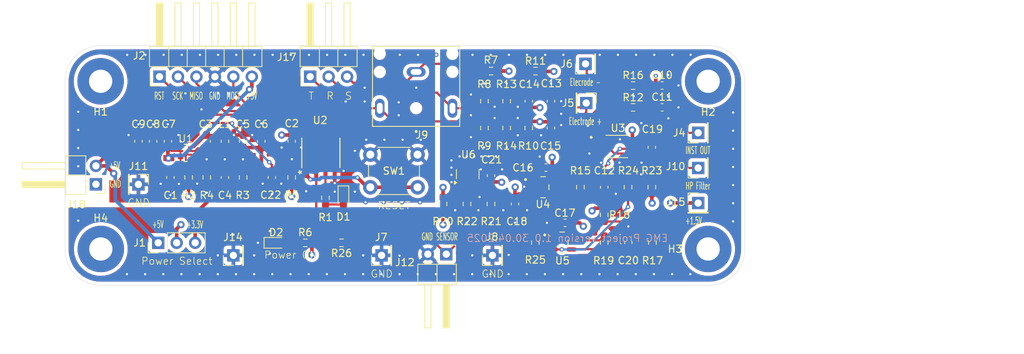
<source format=kicad_pcb>
(kicad_pcb (version 20241229) (generator "pcbnew") (generator_version "9.0")
  (layers (0 "F.Cu" signal) (4 "In1.Cu" power "GND.Cu") (6 "In2.Cu" power "Power.Cu") (2 "B.Cu" signal) (13 "F.Paste" user) (15 "B.Paste" user) (5 "F.SilkS" user "F.Silkscreen") (7 "B.SilkS" user "B.Silkscreen") (1 "F.Mask" user) (3 "B.Mask" user) (25 "Edge.Cuts" user))
  (net 0 "")
  (net 1 "GND")
  (net 2 "Net-(U1-VCC)")
  (net 3 "+3.3V")
  (net 4 "Net-(U1-SW)")
  (net 5 "Net-(U1-BST)")
  (net 6 "/REG_OUT")
  (net 7 "Net-(U1-FB)")
  (net 8 "+5V")
  (net 9 "Net-(U4--IN)")
  (net 10 "Net-(U3-REF)")
  (net 11 "/V_IN_INST_N")
  (net 12 "/V_IN_INST_P")
  (net 13 "/V_REF")
  (net 14 "/V_OUT_INST")
  (net 15 "/V_HP_TEST")
  (net 16 "/V_OUT_SENSOR")
  (net 17 "Net-(U5--IN)")
  (net 18 "/RST")
  (net 19 "Net-(D1-A)")
  (net 20 "Net-(D2-A)")
  (net 21 "/MOSI")
  (net 22 "/SCK")
  (net 23 "/MISO")
  (net 24 "/R")
  (net 25 "/S")
  (net 26 "/T")
  (net 27 "/TEST_LED")
  (net 28 "Net-(U1-PG)")
  (net 29 "Net-(R11-Pad1)")
  (net 30 "Net-(R10-Pad1)")
  (net 31 "Net-(U3-RG)")
  (net 32 "Net-(R17-Pad2)")
  (net 33 "Net-(U6-REF)")
  (net 34 "/V_OUT_HP")
  (net 35 "/V_IN_MCU")
  (footprint "Resistor_SMD:R_0603_1608Metric_Pad0.98x0.95mm_HandSolder" (layer "F.Cu") (at 121.1125 41.49 180)
    (property "Reference" "R7")
    (property "Value" "0")
  )
  (footprint "Resistor_SMD:R_0603_1608Metric_Pad0.98x0.95mm_HandSolder" (layer "F.Cu") (at 120.2 45.6325 90)
    (property "Reference" "R8")
    (property "Value" "2k")
  )
  (footprint "Capacitor_SMD:C_0603_1608Metric_Pad1.08x0.95mm_HandSolder" (layer "F.Cu") (at 76.65 51.162501 90)
    (property "Reference" "C7")
    (property "Value" "100n")
  )
  (footprint "Resistor_SMD:R_0603_1608Metric_Pad0.98x0.95mm_HandSolder" (layer "F.Cu") (at 133.4 57.4875 90)
    (property "Reference" "R15")
    (property "Value" "100k")
  )
  (footprint "Resistor_SMD:R_0603_1608Metric_Pad0.98x0.95mm_HandSolder" (layer "F.Cu") (at 121.1 59.8 -90)
    (property "Reference" "R21")
    (property "Value" "2k")
  )
  (footprint "Capacitor_SMD:C_0603_1608Metric_Pad1.08x0.95mm_HandSolder" (layer "F.Cu") (at 143.23 51.9875 -90)
    (property "Reference" "C19")
    (property "Value" "1u")
  )
  (footprint "Connector_PinHeader_2.54mm:PinHeader_1x01_P2.54mm_Vertical" (layer "F.Cu") (at 121.3 66.88 90)
    (property "Reference" "J8")
    (property "Value" "Conn_01x01")
  )
  (footprint "Resistor_SMD:R_0603_1608Metric_Pad0.98x0.95mm_HandSolder" (layer "F.Cu") (at 123.25 45.6325 -90)
    (property "Reference" "R13")
    (property "Value" "2k")
  )
  (footprint "Connector_PinHeader_2.54mm:PinHeader_1x02_P2.54mm_Horizontal" (layer "F.Cu") (at 66.75 57.09 180)
    (property "Reference" "J18")
    (property "Value" "Conn_01x02")
  )
  (footprint "Resistor_SMD:R_0603_1608Metric_Pad0.98x0.95mm_HandSolder" (layer "F.Cu") (at 136.676667 65.115 90)
    (property "Reference" "R19")
    (property "Value" "100k")
  )
  (footprint "Capacitor_SMD:C_0603_1608Metric_Pad1.08x0.95mm_HandSolder" (layer "F.Cu") (at 84.5 56.142499 90)
    (property "Reference" "C4")
    (property "Value" "22p")
  )
  (footprint "Capacitor_SMD:C_0603_1608Metric_Pad1.08x0.95mm_HandSolder" (layer "F.Cu") (at 129.35 45.6325 -90)
    (property "Reference" "C13")
    (property "Value" "10n")
  )
  (footprint "Connector_PinHeader_2.54mm:PinHeader_1x01_P2.54mm_Vertical" (layer "F.Cu") (at 106.05 66.88 90)
    (property "Reference" "J7")
    (property "Value" "Conn_01x01")
  )
  (footprint "EMG Projct Footprints:SOP65P490X110-8N" (layer "F.Cu") (at 138.4 51.875)
    (property "Reference" "U3")
    (property "Value" "AMPLIFIER-INA331DGK_MSOP8")
  )
  (footprint "Resistor_SMD:R_0603_1608Metric_Pad0.98x0.95mm_HandSolder" (layer "F.Cu") (at 87 56.142499 90)
    (property "Reference" "R3")
    (property "Value" "976k")
  )
  (footprint "Inductor_SMD:L_0603_1608Metric_Pad1.05x0.95mm_HandSolder" (layer "F.Cu") (at 84.5 51.162501 -90)
    (property "Reference" "L1")
    (property "Value" "3.3u")
  )
  (footprint "LED_SMD:LED_0603_1608Metric_Pad1.05x0.95mm_HandSolder" (layer "F.Cu") (at 91.545 65.15)
    (property "Reference" "D2")
    (property "Value" "LED")
  )
  (footprint "Resistor_SMD:R_0603_1608Metric_Pad0.98x0.95mm_HandSolder" (layer "F.Cu") (at 120.2 49.3375 -90)
    (property "Reference" "R9")
    (property "Value" "2k")
  )
  (footprint "Resistor_SMD:R_0603_1608Metric_Pad0.98x0.95mm_HandSolder" (layer "F.Cu") (at 143.23 57.4875 -90)
    (property "Reference" "R23")
    (property "Value" "1M")
  )
  (footprint "Capacitor_SMD:C_0603_1608Metric_Pad1.08x0.95mm_HandSolder" (layer "F.Cu") (at 89.5 51.162501 90)
    (property "Reference" "C6")
    (property "Value" "10u")
  )
  (footprint "Resistor_SMD:R_0603_1608Metric_Pad0.98x0.95mm_HandSolder" (layer "F.Cu") (at 79.5 56.142499 90)
    (property "Reference" "R2")
    (property "Value" "100k")
  )
  (footprint "Connector_PinHeader_2.54mm:PinHeader_1x01_P2.54mm_Vertical" (layer "F.Cu") (at 85.66 66.88 90)
    (property "Reference" "J14")
    (property "Value" "Conn_01x01")
  )
  (footprint "Resistor_SMD:R_0603_1608Metric_Pad0.98x0.95mm_HandSolder" (layer "F.Cu") (at 117.8 59.8 -90)
    (property "Reference" "R22")
    (property "Value" "10k")
  )
  (footprint "Resistor_SMD:R_0603_1608Metric_Pad0.98x0.95mm_HandSolder" (layer "F.Cu") (at 143.31 65.115 90)
    (property "Reference" "R17")
    (property "Value" "1k")
  )
  (footprint "Capacitor_SMD:C_0603_1608Metric_Pad1.08x0.95mm_HandSolder" (layer "F.Cu") (at 144.6375 46.495)
    (property "Reference" "C11")
    (property "Value" "100n")
  )
  (footprint "Capacitor_SMD:C_0603_1608Metric_Pad1.08x0.95mm_HandSolder" (layer "F.Cu") (at 129.35 49.3375 -90)
    (property "Reference" "C15")
    (property "Value" "100p")
  )
  (footprint "EMG Projct Footprints:SOT95P280X145-5N" (layer "F.Cu") (at 130.905 65.115)
    (property "Reference" "U5")
    (property "Value" "OPA333AIDBVR")
  )
  (footprint "LED_SMD:LED_0603_1608Metric_Pad1.05x0.95mm_HandSolder" (layer "F.Cu") (at 100.8 58.975 -90)
    (property "Reference" "D1")
    (property "Value" "LED")
  )
  (footprint "Connector_PinHeader_2.54mm:PinHeader_1x01_P2.54mm_Vertical" (layer "F.Cu") (at 149.6 59.675)
    (property "Reference" "J15")
    (property "Value" "Conn_01x01")
  )
  (footprint "Capacitor_SMD:C_0603_1608Metric_Pad1.08x0.95mm_HandSolder" (layer "F.Cu") (at 128.66 54.79 180)
    (property "Reference" "C16")
    (property "Value" "100n")
  )
  (footprint "Resistor_SMD:R_0603_1608Metric_Pad0.98x0.95mm_HandSolder" (layer "F.Cu") (at 98.33 58.9525 -90)
    (property "Reference" "R1")
    (property "Value" "400")
  )
  (footprint "Connector_PinHeader_2.54mm:PinHeader_1x01_P2.54mm_Vertical" (layer "F.Cu") (at 134.1 40.5 90)
    (property "Reference" "J6")
    (property "Value" "Conn_01x01")
  )
  (footprint "Resistor_SMD:R_0603_1608Metric_Pad0.98x0.95mm_HandSolder" (layer "F.Cu") (at 93.68 56.142499 -90)
    (property "Reference" "R5")
    (property "Value" "10k")
  )
  (footprint "Capacitor_SMD:C_0603_1608Metric_Pad1.08x0.95mm_HandSolder" (layer "F.Cu") (at 121.1 55.9 90)
    (property "Reference" "C21")
    (property "Value" "100n")
  )
  (footprint "Resistor_SMD:R_0603_1608Metric_Pad0.98x0.95mm_HandSolder" (layer "F.Cu") (at 140.65 43.485 180)
    (property "Reference" "R16")
    (property "Value" "10k")
  )
  (footprint "EMG Projct Footprints:S8S1_ATM" (layer "F.Cu") (at 97.695 52.765 90)
    (property "Reference" "U2")
    (property "Value" "ATTINY13-20SSU")
  )
  (footprint "Connector_PinHeader_2.54mm:PinHeader_1x01_P2.54mm_Vertical" (layer "F.Cu") (at 149.6 54.8375 90)
    (property "Reference" "J10")
    (property "Value" "Conn_01x01")
  )
  (footprint "EMG Projct Footprints:QFN-8_1p5MMx2MM_MNP" (layer "F.Cu") (at 79.089999 52.750189)
    (property "Reference" "U1")
    (property "Value" "MP2322GQH-Z")
  )
  (footprint "Resistor_SMD:R_0603_1608Metric_Pad0.98x0.95mm_HandSolder" (layer "F.Cu") (at 136.676667 61.30125 90)
    (property "Reference" "R18")
    (property "Value" "0")
  )
  (footprint "Resistor_SMD:R_0603_1608Metric_Pad0.98x0.95mm_HandSolder" (layer "F.Cu") (at 114.5 59.8 90)
    (property "Reference" "R20")
    (property "Value" "330")
  )
  (footprint "MountingHole:MountingHole_3.2mm_M3_Pad" (layer "F.Cu") (at 150.975 66)
    (property "Reference" "H3")
    (property "Value" "MountingHole")
  )
  (footprint "Resistor_SMD:R_0603_1608Metric_Pad0.98x0.95mm_HandSolder" (layer "F.Cu") (at 123.25 49.3375 -90)
    (property "Reference" "R14")
    (property "Value" "2k")
  )
  (footprint "Resistor_SMD:R_0603_1608Metric_Pad0.98x0.95mm_HandSolder" (layer "F.Cu") (at 100.5375 65.15 180)
    (property "Reference" "R26")
    (property "Value" "0")
  )
  (footprint "Capacitor_SMD:C_0603_1608Metric_Pad1.08x0.95mm_HandSolder" (layer "F.Cu") (at 131.2975 62.4 180)
    (property "Reference" "C17")
    (property "Value" "100n")
  )
  (footprint "Resistor_SMD:R_0603_1608Metric_Pad0.98x0.95mm_HandSolder" (layer "F.Cu") (at 126.3 49.3375 90)
    (property "Reference" "R10")
    (property "Value" "NA(3.3M)")
  )
  (footprint "Resistor_SMD:R_0603_1608Metric_Pad0.98x0.95mm_HandSolder" (layer "F.Cu") (at 127.2 65.115 -90)
    (property "Reference" "R25")
    (property "Value" "10k")
  )
  (footprint "Resistor_SMD:R_0603_1608Metric_Pad0.98x0.95mm_HandSolder" (layer "F.Cu") (at 82 56.142499 -90)
    (property "Reference" "R4")
    (property "Value" "220k")
  )
  (footprint "Connector_PinHeader_2.54mm:PinHeader_1x06_P2.54mm_Horizontal" (layer "F.Cu") (at 75.5 42.265 90)
    (property "Reference" "J2")
    (property "Value" "Conn_01x06")
  )
  (footprint "MountingHole:MountingHole_3.2mm_M3_Pad" (layer "F.Cu") (at 67.425 66)
    (property "Reference" "H4")
    (property "Value" "MountingHole")
  )
  (footprint "Capacitor_SMD:C_0603_1608Metric_Pad1.08x0.95mm_HandSolder" (layer "F.Cu") (at 72.6 51.162501 90)
    (property "Reference" "C9")
    (property "Value" "10u")
  )
  (footprint "Capacitor_SMD:C_0603_1608Metric_Pad1.08x0.95mm_HandSolder" (layer "F.Cu") (at 124.4 59.8 -90)
    (property "Reference" "C18")
    (property "Value" "10u")
  )
  (footprint "Capacitor_SMD:C_0603_1608Metric_Pad1.08x0.95mm_HandSolder" (layer "F.Cu") (at 87 51.162501 90)
    (property "Reference" "C5")
    (property "Value" "10u")
  )
  (footprint "Connector_PinHeader_2.54mm:PinHeader_1x01_P2.54mm_Vertical" (layer "F.Cu") (at 72.6 57.1 -90)
    (property "Reference" "J11")
    (property "Value" "Conn_01x01")
  )
  (footprint "MountingHole:MountingHole_3.2mm_M3_Pad" (layer "F.Cu") (at 150.975 42.9)
    (property "Reference" "H2")
    (property "Value" "MountingHole")
  )
  (footprint "Resistor_SMD:R_0603_1608Metric_Pad0.98x0.95mm_HandSolder" (layer "F.Cu") (at 140.65 46.495 180)
    (property "Reference" "R12")
    (property "Value" "10k")
  )
  (footprint "EMG Projct Footprints:SOT95P280X145-5N" (layer "F.Cu") (at 128.2675 57.4875)
    (property "Reference" "U4")
    (property "Value" "OPA333AIDBVR" (hide yes))
  )
  (footprint "Capacitor_SMD:C_0603_1608Metric_Pad1.08x0.95mm_HandSolder" (layer "F.Cu") (at 144.6375 43.475)
    (property "Reference" "C10")
    (property "Value" "1u")
  )
  (footprint "Capacitor_SMD:C_0603_1608Metric_Pad1.08x0.95mm_HandSolder" (layer "F.Cu") (at 90.955 56.142499 -90)
    (property "Reference" "C22")
    (property "Value" "100n")
  )
  (footprint "Capacitor_SMD:C_0603_1608Metric_Pad1.08x0.95mm_HandSolder" (layer "F.Cu") (at 81.98 51.162501 90)
    (property "Reference" "C3")
    (property "Value" "0.1u")
  )
  (footprint "Connector_PinHeader_2.54mm:PinHeader_1x02_P2.54mm_Horizontal" (layer "F.Cu") (at 114.95 66.715 -90)
    (property "Reference" "J12")
    (property "Value" "Conn_01x02")
  )
  (footprint "Button_Switch_THT:SW_PUSH_6mm" (layer "F.Cu") (at 111 57.5 180)
    (property "Reference" "SW1")
    (property "Value" "SW_SPST")
  )
  (footprint "Capacitor_SMD:C_0603_1608Metric_Pad1.08x0.95mm_HandSolder" (layer "F.Cu") (at 136.676667 57.4875 -90)
    (property "Reference" "C12")
    (property "Value" "1u")
  )
  (footprint "Resistor_SMD:R_0603_1608Metric_Pad0.98x0.95mm_HandSolder" (layer "F.Cu") (at 127.2125 41.49)
    (property "Reference" "R11")
    (property "Value" "NA(3.3M)")
  )
  (footprint "Connector_PinHeader_2.54mm:PinHeader_1x01_P2.54mm_Vertical" (layer "F.Cu") (at 149.6 50 90)
    (property "Reference" "J4")
    (property "Value" "Conn_01x01")
  )
  (footprint "Capacitor_SMD:C_0603_1608Metric_Pad1.08x0.95mm_HandSolder" (layer "F.Cu") (at 139.993334 65.115 -90)
    (property "Reference" "C20")
    (property "Value" "1u")
  )
  (footprint "Connector_PinHeader_2.54mm:PinHeader_1x01_P2.54mm_Vertical" (layer "F.Cu") (at 134.2 45.9 -90)
    (property "Reference" "J5")
    (property "Value" "Conn_01x01")
  )
  (footprint "Connector_PinHeader_2.54mm:PinHeader_1x03_P2.54mm_Vertical" (layer "F.Cu") (at 75.32 65.15 90)
    (property "Reference" "J1")
    (property "Value" "Conn_01x03")
  )
  (footprint "Connector_PinHeader_2.54mm:PinHeader_1x03_P2.54mm_Horizontal" (layer "F.Cu") (at 96.22 42.265 90)
    (property "Reference" "J17")
    (property "Value" "Conn_01x03")
  )
  (footprint "MountingHole:MountingHole_3.2mm_M3_Pad" (layer "F.Cu") (at 67.4 42.9)
    (property "Reference" "H1")
    (property "Value" "MountingHole")
  )
  (footprint "Resistor_SMD:R_0603_1608Metric_Pad0.98x0.95mm_HandSolder" (layer "F.Cu") (at 95.55 65.15 180)
    (property "Reference" "R6")
    (property "Value" "400")
  )
  (footprint "Resistor_SMD:R_0603_1608Metric_Pad0.98x0.95mm_HandSolder" (layer "F.Cu") (at 139.953333 57.4875 90)
    (property "Reference" "R24")
    (property "Value" "0")
  )
  (footprint "Capacitor_SMD:C_0603_1608Metric_Pad1.08x0.95mm_HandSolder" (layer "F.Cu") (at 77 56.142499 -90)
    (property "Reference" "C1")
    (property "Value" "1u")
  )
  (footprint "Package_TO_SOT_SMD:SOT-23" (layer "F.Cu") (at 117.9 55.7 90)
    (property "Reference" "U6")
    (property "Value" "CJ432")
  )
  (footprint "Capacitor_SMD:C_0603_1608Metric_Pad1.08x0.95mm_HandSolder" (layer "F.Cu") (at 126.3 45.6325 -90)
    (property "Reference" "C14")
    (property "Value" "100p")
  )
  (footprint "Capacitor_SMD:C_0603_1608Metric_Pad1.08x0.95mm_HandSolder" (layer "F.Cu") (at 74.625 51.162501 90)
    (property "Reference" "C8")
    (property "Value" "10u")
  )
  (footprint "EMG Projct Footprints:CUI_SJ1-3523N" (layer "F.Cu") (at 110.8 41.61 180)
    (property "Reference" "J9")
    (property "Value" "SJ1-3523N")
  )
  (footprint "Capacitor_SMD:C_0603_1608Metric_Pad1.08x0.95mm_HandSolder" (layer "F.Cu") (at 93.68 51.162501 -90)
    (property "Reference" "C2")
    (property "Value" "100n")
  )
  (gr_line (start 151.05 71) (end 67.425 71) (stroke (width 0.05)) (layer "Edge.Cuts"))
  (gr_line (start 151.075 38) (end 67.425 37.999745) (stroke (width 0.05)) (layer "Edge.Cuts"))
  (gr_arc (start 62.499936 42.950001) (mid 63.926123 39.443802) (end 67.425 37.999745) (stroke (width 0.05)) (layer "Edge.Cuts"))
  (gr_arc (start 67.425 71) (mid 63.942499 69.557501) (end 62.5 66.075) (stroke (width 0.05)) (layer "Edge.Cuts"))
  (gr_line (start 62.5 49.8) (end 62.5 66.075) (stroke (width 0.05)) (layer "Edge.Cuts"))
  (gr_line (start 62.5 49.8) (end 62.5 42.95) (stroke (width 0.05)) (layer "Edge.Cuts"))
  (gr_arc (start 155.999999 66.049873) (mid 154.550186 69.550096) (end 151.05 71) (stroke (width 0.05)) (layer "Edge.Cuts"))
  (gr_line (start 156.0001 42.975) (end 156.0001 66.059332) (stroke (width 0.05)) (layer "Edge.Cuts"))
  (gr_arc (start 151.075 38) (mid 154.560749 39.474644) (end 156.000377 42.975) (stroke (width 0.05)) (layer "Edge.Cuts"))
  (gr_text "+5V" (at 74.462143 63.2 0) (layer "F.SilkS") (effects (font (size 1 0.5) (thickness 0.1)) (justify left bottom)))
  (gr_text "INST OUT" (at 147.785715 53 0) (layer "F.SilkS") (effects (font (size 1 0.5) (thickness 0.1)) (justify left bottom)))
  (gr_text "+3.3V" (at 79.185 63.24 0) (layer "F.SilkS") (effects (font (size 1 0.5) (thickness 0.1)) (justify left bottom)))
  (gr_text "+1.5V" (at 147.8 62.7 0) (layer "F.SilkS") (effects (font (size 1 0.5) (thickness 0.1)) (justify left bottom)))
  (gr_text "S" (at 100.961905 45.5 0) (layer "F.SilkS") (effects (font (size 1 1) (thickness 0.1)) (justify left bottom)))
  (gr_text "GND" (at 119.75 70.01 0) (layer "F.SilkS") (effects (font (size 1 1) (thickness 0.1)) (justify left bottom)))
  (gr_text "RST" (at 74.721429 45.5 0) (layer "F.SilkS") (effects (font (size 1 0.5) (thickness 0.1)) (justify left bottom)))
  (gr_text "T" (at 95.929524 45.5 0) (layer "F.SilkS") (effects (font (size 1 1) (thickness 0.1)) (justify left bottom)))
  (gr_text "GND" (at 82.258095 45.5 0) (layer "F.SilkS") (effects (font (size 1 0.5) (thickness 0.1)) (justify left bottom)))
  (gr_text "MISO" (at 79.575238 45.5 0) (layer "F.SilkS") (effects (font (size 1 0.5) (thickness 0.1)) (justify left bottom)))
  (gr_text "GND" (at 104.476191 70.01 0) (layer "F.SilkS") (effects (font (size 1 1) (thickness 0.1)) (justify left bottom)))
  (gr_text "Elecrode -" (at 131.892858 43.6 0) (layer "F.SilkS") (effects (font (size 1 0.5) (thickness 0.1)) (justify left bottom)))
  (gr_text "+5V" (at 87.338096 45.5 0) (layer "F.SilkS") (effects (font (size 1 0.5) (thickness 0.1)) (justify left bottom)))
  (gr_text "Electrode +" (at 131.750001 49 0) (layer "F.SilkS") (effects (font (size 1 0.5) (thickness 0.1)) (justify left bottom)))
  (gr_text "SCK" (at 77.201905 45.5 0) (layer "F.SilkS") (effects (font (size 1 0.5) (thickness 0.1)) (justify left bottom)))
  (gr_text "SENSOR" (at 113.5 64.9 0) (layer "F.SilkS") (effects (font (size 1 0.5) (thickness 0.1)) (justify left bottom)))
  (gr_text "R" (at 98.41 45.5 0) (layer "F.SilkS") (effects (font (size 1 1) (thickness 0.1)) (justify left bottom)))
  (gr_text "Power ON" (at 89.8325 67.4 0) (layer "F.SilkS") (effects (font (size 1 1) (thickness 0.1)) (justify left bottom)))
  (gr_text "RESET" (at 105.438095 60.6 0) (layer "F.SilkS") (effects (font (size 1 1) (thickness 0.1)) (justify left bottom)))
  (gr_text "+5V" (at 68.5 55.0895 0) (layer "F.SilkS") (effects (font (size 1 0.5) (thickness 0.1)) (justify left bottom)))
  (gr_text "GND" (at 111.5 64.9 0) (layer "F.SilkS") (effects (font (size 1 0.5) (thickness 0.1)) (justify left bottom)))
  (gr_text "GND" (at 68.6 57.6295 0) (layer "F.SilkS") (effects (font (size 1 0.5) (thickness 0.1)) (justify left bottom)))
  (gr_text "MOSI" (at 84.655238 45.5 0) (layer "F.SilkS") (effects (font (size 1 0.5) (thickness 0.1)) (justify left bottom)))
  (gr_text "HP Filter" (at 147.821429 57.9 0) (layer "F.SilkS") (effects (font (size 1 0.5) (thickness 0.1)) (justify left bottom)))
  (gr_text "GND" (at 71.05 60.2 0) (layer "F.SilkS") (effects (font (size 1 1) (thickness 0.1)) (justify left bottom)))
  (gr_text "Power Select" (at 72.92 68.25 0) (layer "F.SilkS") (effects (font (size 1 1) (thickness 0.1)) (justify left bottom)))
  (gr_text "EMG Project version 1.0 30.04.2025" (at 145.5 65.1 0) (layer "B.SilkS") (effects (font (size 1 1) (thickness 0.1)) (justify left bottom mirror)))
  (segment (start 78.41 51.19) (end 78.415398 51.195398) (width 0.25) (layer "F.Cu") (net 1))
  (segment (start 78.415398 51.195398) (end 78.415398 52) (width 0.25) (layer "F.Cu") (net 1))
  (via (at 103.94 50.95) (size 0.6) (drill 0.3) (layers "F.Cu" "B.Cu") (net 1))
  (via (at 111.06 39.25) (size 0.6) (drill 0.3) (layers "F.Cu" "B.Cu") (net 1))
  (via (at 118.78 53.24) (size 0.6) (drill 0.3) (layers "F.Cu" "B.Cu") (net 1))
  (via (at 87.04 48.7) (size 0.6) (drill 0.3) (layers "F.Cu" "B.Cu") (net 1))
  (via (at 108.52 69.4705) (size 0.6) (drill 0.3) (layers "F.Cu" "B.Cu") (net 1))
  (via (at 83.52 66.88) (size 0.6) (drill 0.3) (layers "F.Cu" "B.Cu") (net 1))
  (via (at 64.32 47.1) (size 0.6) (drill 0.3) (layers "F.Cu" "B.Cu") (net 1))
  (via (at 121.78 53.24) (size 0.6) (drill 0.3) (layers "F.Cu" "B.Cu") (net 1))
  (via (at 138.78 54.11) (size 0.6) (drill 0.3) (layers "F.Cu" "B.Cu") (net 1))
  (via (at 73.52 69.4705) (size 0.6) (drill 0.3) (layers "F.Cu" "B.Cu") (net 1))
  (via (at 120.15 52) (size 0.6) (drill 0.3) (layers "F.Cu" "B.Cu") (net 1))
  (via (at 143.56 39.25) (size 0.6) (drill 0.3) (layers "F.Cu" "B.Cu") (net 1))
  (via (at 133.52 69.4705) (size 0.6) (drill 0.3) (layers "F.Cu" "B.Cu") (net 1))
  (via (at 118.52 69.4705) (size 0.6) (drill 0.3) (layers "F.Cu" "B.Cu") (net 1))
  (via (at 123.52 66.81) (size 0.6) (drill 0.3) (layers "F.Cu" "B.Cu") (net 1))
  (via (at 84.97 44.56) (size 0.6) (drill 0.3) (layers "F.Cu" "B.Cu") (net 1))
  (via (at 154.41 52.2) (size 0.6) (drill 0.3) (layers "F.Cu" "B.Cu") (net 1))
  (via (at 81.27 46.77) (size 0.6) (drill 0.3) (layers "F.Cu" "B.Cu") (net 1))
  (via (at 111.44 50.95) (size 0.6) (drill 0.3) (layers "F.Cu" "B.Cu") (net 1))
  (via (at 134.43 49.02) (size 0.6) (drill 0.3) (layers "F.Cu" "B.Cu") (net 1))
  (via (at 92.3 52.025001) (size 0.6) (drill 0.3) (layers "F.Cu" "B.Cu") (net 1))
  (via (at 118.34 47.58) (size 0.6) (drill 0.3) (layers "F.Cu" "B.Cu") (net 1))
  (via (at 136.06 39.25) (size 0.6) (drill 0.3) (layers "F.Cu" "B.Cu") (net 1))
  (via (at 106.44 50.95) (size 0.6) (drill 0.3) (layers "F.Cu" "B.Cu") (net 1))
  (via (at 154.41 54.7) (size 0.6) (drill 0.3) (layers "F.Cu" "B.Cu") (net 1))
  (via (at 92.25 57.004999) (size 0.6) (drill 0.3) (layers "F.Cu" "B.Cu") (net 1))
  (via (at 146.02 69.4705) (size 0.6) (drill 0.3) (layers "F.Cu" "B.Cu") (net 1))
  (via (at 121.06 39.25) (size 0.6) (drill 0.3) (layers "F.Cu" "B.Cu") (net 1))
  (via (at 130.76 48.93) (size 0.6) (drill 0.3) (layers "F.Cu" "B.Cu") (net 1))
  (via (at 75.66 57.02) (size 0.6) (drill 0.3) (layers "F.Cu" "B.Cu") (net 1))
  (via (at 83.56 39.25) (size 0.6) (drill 0.3) (layers "F.Cu" "B.Cu") (net 1))
  (via (at 125.67 57.42) (size 0.6) (drill 0.3) (layers "F.Cu" "B.Cu") (net 1))
  (via (at 83.52 69.4705) (size 0.6) (drill 0.3) (layers "F.Cu" "B.Cu") (net 1))
  (via (at 71.06 39.25) (size 0.6) (drill 0.3) (layers "F.Cu" "B.Cu") (net 1))
  (via (at 100.82 55.229999) (size 0.6) (drill 0.3) (layers "F.Cu" "B.Cu") (net 1))
  (via (at 64.32 62.1) (size 0.6) (drill 0.3) (layers "F.Cu" "B.Cu") (net 1))
  (via (at 78.41 51.19) (size 0.6) (drill 0.3) (layers "F.Cu" "B.Cu") (net 1))
  (via (at 81.02 69.4705) (size 0.6) (drill 0.3) (layers "F.Cu" "B.Cu") (net 1))
  (via (at 118.34 50.6) (size 0.6) (drill 0.3) (layers "F.Cu" "B.Cu") (net 1))
  (via (at 118.52 66.87) (size 0.6) (drill 0.3) (layers "F.Cu" "B.Cu") (net 1))
  (via (at 118.56 39.25) (size 0.6) (drill 0.3) (layers "F.Cu" "B.Cu") (net 1))
  (via (at 116.18 60.6625) (size 0.6) (drill 0.3) (layers "F.Cu" "B.Cu") (net 1))
  (via (at 127.7975 53.27) (size 0.6) (drill 0.3) (layers "F.Cu" "B.Cu") (net 1))
  (via (at 123.56 39.25) (size 0.6) (drill 0.3) (layers "F.Cu" "B.Cu") (net 1))
  (via (at 64.32 49.6) (size 0.6) (drill 0.3) (layers "F.Cu" "B.Cu") (net 1))
  (via (at 117.8 62.37) (size 0.6) (drill 0.3) (layers "F.Cu" "B.Cu") (net 1))
  (via (at 90.67 66.64) (size 0.6) (drill 0.3) (layers "F.Cu" "B.Cu") (net 1))
  (via (at 108.52 66.92) (size 0.6) (drill 0.3) (layers "F.Cu" "B.Cu") (net 1))
  (via (at 89.69 57.004999) (size 0.6) (drill 0.3) (layers "F.Cu" "B.Cu") (net 1))
  (via (at 123.25 43.21) (size 0.6) (drill 0.3) (layers "F.Cu" "B.Cu") (net 1))
  (via (at 141.81 54.11) (size 0.6) (drill 0.3) (layers "F.Cu" "B.Cu") (net 1))
  (via (at 79.06 44.56) (size 0.6) (drill 0.3) (layers "F.Cu" "B.Cu") (net 1))
  (via (at 108.4 47.58) (size 0.6) (drill 0.3) (layers "F.Cu" "B.Cu") (net 1))
  (via (at 96.06 39.25) (size 0.6) (drill 0.3) (layers "F.Cu" "B.Cu") (net 1))
  (via (at 76.06 39.25) (size 0.6) (drill 0.3) (layers "F.Cu" "B.Cu") (net 1))
  (via (at 113.56 39.25) (size 0.6) (drill 0.3) (layers "F.Cu" "B.Cu") (net 1))
  (via (at 121.6 46.4) (size 0.6) (drill 0.3) (layers "F.Cu" "B.Cu") (net 1))
  (via (at 141.02 69.4705) (size 0.6) (drill 0.3) (layers "F.Cu" "B.Cu") (net 1))
  (via (at 99.6 58.1) (size 0.6) (drill 0.3) (layers "F.Cu" "B.Cu") (net 1))
  (via (at 111.02 69.4705) (size 0.6) (drill 0.3) (layers "F.Cu" "B.Cu") (net 1))
  (via (at 103.72 45.69) (size 0.6) (drill 0.3) (layers "F.Cu" "B.Cu") (net 1))
  (via (at 138.56 39.25) (size 0.6) (drill 0.3) (layers "F.Cu" "B.Cu") (net 1))
  (via (at 121.6 47.96) (size 0.6) (drill 0.3) (layers "F.Cu" "B.Cu") (net 1))
  (via (at 86.02 69.4705) (size 0.6) (drill 0.3) (layers "F.Cu" "B.Cu") (net 1))
  (via (at 126.06 39.25) (size 0.6) (drill 0.3) (layers "F.Cu" "B.Cu") (net 1))
  (via (at 86.06 39.25) (size 0.6) (drill 0.3) (layers "F.Cu" "B.Cu") (net 1))
  (via (at 101.1 45.69) (size 0.6) (drill 0.3) (layers "F.Cu" "B.Cu") (net 1))
  (via (at 88.56 39.25) (size 0.6) (drill 0.3) (layers "F.Cu" "B.Cu") (net 1))
  (via (at 145.5 48) (size 0.6) (drill 0.3) (layers "F.Cu" "B.Cu") (net 1))
  (via (at 78.1 50.300001) (size 0.6) (drill 0.3) (layers "F.Cu" "B.Cu") (net 1))
  (via (at 96.02 69.4705) (size 0.6) (drill 0.3) (layers "F.Cu" "B.Cu") (net 1))
  (via (at 91.06 39.25) (size 0.6) (drill 0.3) (layers "F.Cu" "B.Cu") (net 1))
  (via (at 131.02 69.4705) (size 0.6) (drill 0.3) (layers "F.Cu" "B.Cu") (net 1))
  (via (at 119.37 60.6625) (size 0.6) (drill 0.3) (layers "F.Cu" "B.Cu") (net 1))
  (via (at 123.52 69.4705) (size 0.6) (drill 0.3) (layers "F.Cu" "B.Cu") (net 1))
  (via (at 108.94 50.95) (size 0.6) (drill 0.3) (layers "F.Cu" "B.Cu") (net 1))
  (via (at 116.78 53.24) (size 0.6) (drill 0.3) (layers "F.Cu" "B.Cu") (net 1))
  (via (at 93.52 69.4705) (size 0.6) (drill 0.3) (layers "F.Cu" "B.Cu") (net 1))
  (via (at 130.76 45.64) (size 0.6) (drill 0.3) (layers "F.Cu" "B.Cu") (net 1))
  (via (at 115.66 56.79) (size 0.6) (drill 0.3) (layers "F.Cu" "B.Cu") (net 1))
  (via (at 146.06 39.25) (size 0.6) (drill 0.3) (layers "F.Cu" "B.Cu") (net 1))
  (via (at 95.68 58.04) (size 0.6) (drill 0.3) (layers "F.Cu" "B.Cu") (net 1))
  (via (at 98.56 39.25) (size 0.6) (drill 0.3) (layers "F.Cu" "B.Cu") (net 1))
  (via (at 146.89 43.475) (size 0.6) (drill 0.3) (layers "F.Cu" "B.Cu") (net 1))
  (via (at 136.25 54.11) (size 0.6) (drill 0.3) (layers "F.Cu" "B.Cu") (net 1))
  (via (at 120.2 43.21) (size 0.6) (drill 0.3) (layers "F.Cu" "B.Cu") (net 1))
  (via (at 71.24 50.300001) (size 0.6) (drill 0.3) (layers "F.Cu" "B.Cu") (net 1))
  (via (at 64.32 52.1) (size 0.6) (drill 0.3) (layers "F.Cu" "B.Cu") (net 1))
  (via (at 120.78 53.24) (size 0.6) (drill 0.3) (layers "F.Cu" "B.Cu") (net 1))
  (via (at 121.1 62.37) (size 0.6) (drill 0.3) (layers "F.Cu" "B.Cu") (net 1))
  (via (at 124.78 50.34) (size 0.6) (drill 0.3) (layers "F.Cu" "B.Cu") (net 1))
  (via (at 140.73 44.94) (size 0.6) (drill 0.3) (layers "F.Cu" "B.Cu") (net 1))
  (via (at 103.56 39.25) (size 0.6) (drill 0.3) (layers "F.Cu" "B.Cu") (net 1))
  (via (at 134.64 52.85) (size 0.6) (drill 0.3) (layers "F.Cu" "B.Cu") (net 1))
  (via (at 88.52 69.4705) (size 0.6) (drill 0.3) (layers "F.Cu" "B.Cu") (net 1))
  (via (at 86.98 53.6525) (size 0.6) (drill 0.3) (layers "F.Cu" "B.Cu") (net 1))
  (via (at 136.02 69.4705) (size 0.6) (drill 0.3) (layers "F.Cu" "B.Cu") (net 1))
  (via (at 108.84 59.56) (size 0.6) (drill 0.3) (layers "F.Cu" "B.Cu") (net 1))
  (via (at 121.02 69.4705) (size 0.6) (drill 0.3) (layers "F.Cu" "B.Cu") (net 1))
  (via (at 128.8 62.4) (size 0.6) (drill 0.3) (layers "F.Cu" "B.Cu") (net 1))
  (via (at 74.62 48.82) (size 0.6) (drill 0.3) (layers "F.Cu" "B.Cu") (net 1))
  (via (at 154.41 47.2) (size 0.6) (drill 0.3) (layers "F.Cu" "B.Cu") (net 1))
  (via (at 145.5 45) (size 0.6) (drill 0.3) (layers "F.Cu" "B.Cu") (net 1))
  (via (at 102.37 58.1) (size 0.6) (drill 0.3) (layers "F.Cu" "B.Cu") (net 1))
  (via (at 76.02 69.4705) (size 0.6) (drill 0.3) (layers "F.Cu" "B.Cu") (net 1))
  (via (at 110.82 43.78) (size 0.6) (drill 0.3) (layers "F.Cu" "B.Cu") (net 1))
  (via (at 119.53 58.84) (size 0.6) (drill 0.3) (layers "F.Cu" "B.Cu") (net 1))
  (via (at 90.67 63.52) (size 0.6) (drill 0.3) (layers "F.Cu" "B.Cu") (net 1))
  (via (at 101.02 69.4705) (size 0.6) (drill 0.3) (layers "F.Cu" "B.Cu") (net 1))
  (via (at 145.5 42.02) (size 0.6) (drill 0.3) (layers "F.Cu" "B.Cu") (net 1))
  (via (at 138.52 69.4705) (size 0.6) (drill 0.3) (layers "F.Cu" "B.Cu") (net 1))
  (via (at 78.52 69.4705) (size 0.6) (drill 0.3) (layers "F.Cu" "B.Cu") (net 1))
  (via (at 122.63 55.0375) (size 0.6) (drill 0.3) (layers "F.Cu" "B.Cu") (net 1))
  (via (at 122.8 60.6625) (size 0.6) (drill 0.3) (layers "F.Cu" "B.Cu") (net 1))
  (via (at 141.78 48.66) (size 0.6) (drill 0.3) (layers "F.Cu" "B.Cu") (net 1))
  (via (at 124.78 47.96) (size 0.6) (drill 0.3) (layers "F.Cu" "B.Cu") (net 1))
  (via (at 81.98 53.6525) (size 0.6) (drill 0.3) (layers "F.Cu" "B.Cu") (net 1))
  (via (at 103.72 43.78) (size 0.6) (drill 0.3) (layers "F.Cu" "B.Cu") (net 1))
  (via (at 137.64 55.37) (size 0.6) (drill 0.3) (layers "F.Cu" "B.Cu") (net 1))
  (via (at 101.06 39.25) (size 0.6) (drill 0.3) (layers "F.Cu" "B.Cu") (net 1))
  (via (at 154.41 57.2) (size 0.6) (drill 0.3) (layers "F.Cu" "B.Cu") (net 1))
  (via (at 139.993334 62.89) (size 0.6) (drill 0.3) (layers "F.Cu" "B.Cu") (net 1))
  (via (at 91.02 69.4705) (size 0.6) (drill 0.3) (layers "F.Cu" "B.Cu") (net 1))
  (via (at 143.52 69.4705) (size 0.6) (drill 0.3) (layers "F.Cu" "B.Cu") (net 1))
  (via (at 89.5 48.7) (size 0.6) (drill 0.3) (layers "F.Cu" "B.Cu") (net 1))
  (via (at 148.52 69.4705) (size 0.6) (drill 0.3) (layers "F.Cu" "B.Cu") (net 1))
  (via (at 106.34 59.56) (size 0.6) (drill 0.3) (layers "F.Cu" "B.Cu") (net 1))
  (via (at 85.66 64.01) (size 0.6) (drill 0.3) (layers "F.Cu" "B.Cu") (net 1))
  (via (at 82.01 58.24) (size 0.6) (drill 0.3) (layers "F.Cu" "B.Cu") (net 1))
  (via (at 76.99 58.57) (size 0.6) (drill 0.3) (layers "F.Cu" "B.Cu") (net 1))
  (via (at 72.6 48.84) (size 0.6) (drill 0.3) (layers "F.Cu" "B.Cu") (net 1))
  (via (at 126.02 69.4705) (size 0.6) (drill 0.3) (layers "F.Cu" "B.Cu") (net 1))
  (via (at 73.56 39.25) (size 0.6) (drill 0.3) (layers "F.Cu" "B.Cu") (net 1))
  (via (at 103.84 59.56) (size 0.6) (drill 0.3) (layers "F.Cu" "B.Cu") (net 1))
  (via (at 111.34 59.56) (size 0.6) (drill 0.3) (layers "F.Cu" "B.Cu") (net 1))
  (via (at 141.06 39.25) (size 0.6) (drill 0.3) (layers "F.Cu" "B.Cu") (net 1))
  (via (at 108.56 39.25) (size 0.6) (drill 0.3) (layers "F.Cu" "B.Cu") (net 1))
  (via (at 115.66 55.79) (size 0.6) (drill 0.3) (layers "F.Cu" "B.Cu") (net 1))
  (via (at 88.25 50.300001) (size 0.6) (drill 0.3) (layers "F.Cu" "B.Cu") (net 1))
  (via (at 94.98 52.025001) (size 0.6) (drill 0.3) (layers "F.Cu" "B.Cu") (net 1))
  (via (at 154.41 59.7) (size 0.6) (drill 0.3) (layers "F.Cu" "B.Cu") (net 1))
  (via (at 141.75 55.72) (size 0.6) (drill 0.3) (layers "F.Cu" "B.Cu") (net 1))
  (via (at 126.06 60.6625) (size 0.6) (drill 0.3) (layers "F.Cu" "B.Cu") (net 1))
  (via (at 148.56 39.25) (size 0.6) (drill 0.3) (layers "F.Cu" "B.Cu") (net 1))
  (via (at 127.99 50.34) (size 0.6) (drill 0.3) (layers "F.Cu" "B.Cu") (net 1))
  (via (at 84.48 53.6525) (size 0.6) (drill 0.3) (layers "F.Cu" "B.Cu") (net 1))
  (via (at 126.29 54.79) (size 0.6) (drill 0.3) (layers "F.Cu" "B.Cu") (net 1))
  (via (at 78.16 57.03) (size 0.6) (drill 0.3) (layers "F.Cu" "B.Cu") (net 1))
  (via (at 116.02 69.4705) (size 0.6) (drill 0.3) (layers "F.Cu" "B.Cu") (net 1))
  (via (at 138.84 50.9) (size 0.6) (drill 0.3) (layers "F.Cu" "B.Cu") (net 1))
  (via (at 118.34 44.72) (size 0.6) (drill 0.3) (layers "F.Cu" "B.Cu") (net 1))
  (via (at 89.04 65.15) (size 0.6) (drill 0.3) (layers "F.Cu" "B.Cu") (net 1))
  (via (at 129.35 43.21) (size 0.6) (drill 0.3) (layers "F.Cu" "B.Cu") (net 1))
  (via (at 83.56 44.56) (size 0.6) (drill 0.3) (layers "F.Cu" "B.Cu") (net 1))
  (via (at 124.4 62.37) (size 0.6) (drill 0.3) (layers "F.Cu" "B.Cu") (net 1))
  (via (at 115.66 53.79) (size 0.6) (drill 0.3) (layers "F.Cu" "B.Cu") (net 1))
  (via (at 115.66 54.79) (size 0.6) (drill 0.3) (layers "F.Cu" "B.Cu") (net 1))
  (via (at 106.02 69.4705) (size 0.6) (drill 0.3) (layers "F.Cu" "B.Cu") (net 1))
  (via (at 90.955 58.42) (size 0.6) (drill 0.3) (layers "F.Cu" "B.Cu") (net 1))
  (via (at 93.56 39.25) (size 0.6) (drill 0.3) (layers "F.Cu" "B.Cu") (net 1))
  (via (at 108.4 45.8) (size 0.6) (drill 0.3) (layers "F.Cu" "B.Cu") (net 1))
  (via (at 78.56 39.25) (size 0.6) (drill 0.3) (layers "F.Cu" "B.Cu") (net 1))
  (via (at 154.41 49.7) (size 0.6) (drill 0.3) (layers "F.Cu" "B.Cu") (net 1))
  (via (at 71.02 69.4705) (size 0.6) (drill 0.3) (layers "F.Cu" "B.Cu") (net 1))
  (via (at 88.52 66.88) (size 0.6) (drill 0.3) (layers "F.Cu" "B.Cu") (net 1))
  (via (at 64.32 54.6) (size 0.6) (drill 0.3) (layers "F.Cu" "B.Cu") (net 1))
  (via (at 123.26 51.98) (size 0.6) (drill 0.3) (layers "F.Cu" "B.Cu") (net 1))
  (via (at 113.52 69.4705) (size 0.6) (drill 0.3) (layers "F.Cu" "B.Cu") (net 1))
  (via (at 98.52 69.4705) (size 0.6) (drill 0.3) (layers "F.Cu" "B.Cu") (net 1))
  (via (at 80.69 57) (size 0.6) (drill 0.3) (layers "F.Cu" "B.Cu") (net 1))
  (via (at 76.64 48.82) (size 0.6) (drill 0.3) (layers "F.Cu" "B.Cu") (net 1))
  (via (at 119.78 53.24) (size 0.6) (drill 0.3) (layers "F.Cu" "B.Cu") (net 1))
  (via (at 128.52 69.4705) (size 0.6) (drill 0.3) (layers "F.Cu" "B.Cu") (net 1))
  (via (at 154.41 62.2) (size 0.6) (drill 0.3) (layers "F.Cu" "B.Cu") (net 1))
  (via (at 130.76 47.38) (size 0.6) (drill 0.3) (layers "F.Cu" "B.Cu") (net 1))
  (via (at 99.6 56.92) (size 0.6) (drill 0.3) (layers "F.Cu" "B.Cu") (net 1))
  (via (at 146.89 46.495) (size 0.6) (drill 0.3) (layers "F.Cu" "B.Cu") (net 1))
  (via (at 124.78 46.41) (size 0.6) (drill 0.3) (layers "F.Cu" "B.Cu") (net 1))
  (via (at 103.52 69.4705) (size 0.6) (drill 0.3) (layers "F.Cu" "B.Cu") (net 1))
  (via (at 103.52 66.88) (size 0.6) (drill 0.3) (layers "F.Cu" "B.Cu") (net 1))
  (via (at 85.73 50.300001) (size 0.6) (drill 0.3) (layers "F.Cu" "B.Cu") (net 1))
  (via (at 138.28 58.4) (size 0.6) (drill 0.3) (layers "F.Cu" "B.Cu") (net 1))
  (via (at 128.56 39.25) (size 0.6) (drill 0.3) (layers "F.Cu" "B.Cu") (net 1))
  (via (at 117.78 53.24) (size 0.6) (drill 0.3) (layers "F.Cu" "B.Cu") (net 1))
  (via (at 93.7 53.63) (size 0.6) (drill 0.3) (layers "F.Cu" "B.Cu") (net 1))
  (via (at 119.7 55.0375) (size 0.6) (drill 0.3) (layers "F.Cu" "B.Cu") (net 1))
  (via (at 131.06 39.25) (size 0.6) (drill 0.3) (layers "F.Cu" "B.Cu") (net 1))
  (via (at 81.06 39.25) (size 0.6) (drill 0.3) (layers "F.Cu" "B.Cu") (net 1))
  (via (at 102.37 52.47) (size 0.6) (drill 0.3) (layers "F.Cu" "B.Cu") (net 1))
  (segment (start 77 55.279999) (end 77.600001 55.279999) (width 0.25) (layer "F.Cu") (net 2))
  (segment (start 78.389998 54.490002) (end 78.389998 53.500378) (width 0.25) (layer "F.Cu") (net 2))
  (segment (start 77.600001 55.279999) (end 78.389998 54.490002) (width 0.25) (layer "F.Cu") (net 2))
  (segment (start 114.5 60.7125) (end 114.5 62.61) (width 0.5) (layer "F.Cu") (net 3))
  (segment (start 77.86 63.22) (end 78.37 62.71) (width 0.5) (layer "F.Cu") (net 3))
  (segment (start 132.16 62.4) (end 133.29 62.4) (width 0.5) (layer "F.Cu") (net 3))
  (segment (start 143.775 46.495) (end 143.775 43.475) (width 0.5) (layer "F.Cu") (net 3))
  (segment (start 140.55 50.9) (end 140.55 49.64) (width 0.5) (layer "F.Cu") (net 3))
  (segment (start 93.68 50.300001) (end 92.3 50.3) (width 0.5) (layer "F.Cu") (net 3))
  (segment (start 129.5225 53.5025) (end 129.51 53.49) (width 0.5) (layer "F.Cu") (net 3))
  (segment (start 129.5225 56.5375) (end 129.5225 54.79) (width 0.5) (layer "F.Cu") (net 3))
  (segment (start 132.16 64.165) (end 132.16 62.4) (width 0.5) (layer "F.Cu") (net 3))
  (segment (start 140.55 49.64) (end 140.54 49.63) (width 0.5) (layer "F.Cu") (net 3))
  (segment (start 140.55 50.9) (end 140.55 51.524) (width 0.5) (layer "F.Cu") (net 3))
  (segment (start 93.679999 57.180001) (end 93.68 57.18) (width 0.5) (layer "F.Cu") (net 3))
  (segment (start 79.5 58.73) (end 79.5 57.140001) (width 0.5) (layer "F.Cu") (net 3))
  (segment (start 95.79 50.300001) (end 94.9 50.3) (width 0.3) (layer "F.Cu") (net 3))
  (segment (start 133.29 62.4) (end 133.63 62.74) (width 0.5) (layer "F.Cu") (net 3))
  (segment (start 93.679999 58.77) (end 93.679999 57.180001) (width 0.5) (layer "F.Cu") (net 3))
  (segment (start 143.775 43.475) (end 143.775 42.175) (width 0.5) (layer "F.Cu") (net 3))
  (segment (start 96.4625 66.81) (end 96.4625 65.15) (width 0.5) (layer "F.Cu") (net 3))
  (segment (start 129.5225 54.79) (end 129.5225 53.5025) (width 0.5) (layer "F.Cu") (net 3))
  (segment (start 143.775 42.175) (end 143.77 42.17) (width 0.5) (layer "F.Cu") (net 3))
  (segment (start 77.86 65.15) (end 77.86 63.22) (width 0.5) (layer "F.Cu") (net 3))
  (segment (start 94.9 50.3) (end 93.68 50.300001) (width 0.5) (layer "F.Cu") (net 3))
  (via (at 114.5 62.66) (size 1) (drill 0.5) (layers "F.Cu" "B.Cu") (net 3))
  (via (at 96.4625 66.81) (size 1) (drill 0.5) (layers "F.Cu" "B.Cu") (net 3))
  (via (at 143.77 42.17) (size 0.6) (drill 0.3) (layers "F.Cu" "B.Cu") (net 3))
  (via (at 133.8 62.87) (size 1) (drill 0.5) (layers "F.Cu" "B.Cu") (net 3))
  (via (at 140.53 49.61) (size 1) (drill 0.5) (layers "F.Cu" "B.Cu") (net 3))
  (via (at 79.5 58.77) (size 1) (drill 0.5) (layers "F.Cu" "B.Cu") (net 3))
  (via (at 92.3 50.3) (size 1) (drill 0.5) (layers "F.Cu" "B.Cu") (net 3))
  (via (at 78.45 62.65) (size 1) (drill 0.5) (layers "F.Cu" "B.Cu") (net 3))
  (via (at 93.679999 58.77) (size 1) (drill 0.5) (layers "F.Cu" "B.Cu") (net 3))
  (via (at 129.51 53.37) (size 1) (drill 0.5) (layers "F.Cu" "B.Cu") (net 3))
  (segment (start 80.73 51.51) (end 80.736834 51.51) (width 0.25) (layer "F.Cu") (net 4))
  (segment (start 80.736834 51.51) (end 81.946833 50.300001) (width 0.3) (layer "F.Cu") (net 4))
  (segment (start 79.79 52) (end 80.24 52) (width 0.25) (layer "F.Cu") (net 4))
  (segment (start 81.946833 50.300001) (end 81.98 50.300001) (width 0.25) (layer "F.Cu") (net 4))
  (segment (start 81.9925 50.287501) (end 81.98 50.300001) (width 0.3) (layer "F.Cu") (net 4))
  (segment (start 84.5 50.287501) (end 81.9925 50.287501) (width 0.3) (layer "F.Cu") (net 4))
  (segment (start 80.24 52) (end 80.73 51.51) (width 0.25) (layer "F.Cu") (net 4))
  (segment (start 80.419874 52.500126) (end 80.77 52.15) (width 0.3) (layer "F.Cu") (net 5))
  (segment (start 79.79 52.500126) (end 80.419874 52.500126) (width 0.25) (layer "F.Cu") (net 5))
  (segment (start 81.08 52.15) (end 81.204999 52.025001) (width 0.3) (layer "F.Cu") (net 5))
  (segment (start 80.77 52.15) (end 81.08 52.15) (width 0.3) (layer "F.Cu") (net 5))
  (segment (start 81.204999 52.025001) (end 81.98 52.025001) (width 0.3) (layer "F.Cu") (net 5))
  (segment (start 89.5 52.025001) (end 89.5 54.554999) (width 0.5) (layer "F.Cu") (net 6))
  (segment (start 84.55 57.054999) (end 84.5 57.004999) (width 0.5) (layer "F.Cu") (net 6))
  (segment (start 87 57.054999) (end 84.55 57.054999) (width 0.5) (layer "F.Cu") (net 6))
  (segment (start 89.5 52.025001) (end 87 52.025001) (width 0.5) (layer "F.Cu") (net 6))
  (segment (start 80.4 65.15) (end 80.4 61.17) (width 0.5) (layer "F.Cu") (net 6))
  (segment (start 84.5 57.07) (end 84.5 57.004999) (width 0.5) (layer "F.Cu") (net 6))
  (segment (start 84.5125 52.025001) (end 84.5 52.037501) (width 0.5) (layer "F.Cu") (net 6))
  (segment (start 80.4 61.17) (end 84.5 57.07) (width 0.5) (layer "F.Cu") (net 6))
  (segment (start 87 52.025001) (end 84.5125 52.025001) (width 0.5) (layer "F.Cu") (net 6))
  (segment (start 89.5 54.554999) (end 87 57.054999) (width 0.5) (layer "F.Cu") (net 6))
  (segment (start 79.79 53.500378) (end 80.270379 53.500378) (width 0.25) (layer "F.Cu") (net 7))
  (segment (start 80.270379 53.500378) (end 82 55.229999) (width 0.25) (layer "F.Cu") (net 7))
  (segment (start 84.45 55.229999) (end 84.5 55.279999) (width 0.25) (layer "F.Cu") (net 7))
  (segment (start 82 55.229999) (end 84.45 55.229999) (width 0.25) (layer "F.Cu") (net 7))
  (segment (start 84.5 55.279999) (end 86.95 55.279999) (width 0.25) (layer "F.Cu") (net 7))
  (segment (start 86.95 55.279999) (end 87 55.229999) (width 0.25) (layer "F.Cu") (net 7))
  (segment (start 87.875 44.025) (end 88.2 43.7) (width 0.5) (layer "F.Cu") (net 8))
  (segment (start 88.2 43.7) (end 88.2 42.265) (width 0.5) (layer "F.Cu") (net 8))
  (segment (start 69.274999 52.025001) (end 72.6 52.025001) (width 0.5) (layer "F.Cu") (net 8))
  (segment (start 68.15 54.55) (end 69.2 55.6) (width 0.5) (layer "F.Cu") (net 8))
  (segment (start 78.389998 53.000252) (end 78.389998 52.500126) (width 0.25) (layer "F.Cu") (net 8))
  (segment (start 77.125125 52.500126) (end 76.65 52.025001) (width 0.25) (layer "F.Cu") (net 8))
  (segment (start 74.625 52.025001) (end 76.65 52.025001) (width 0.5) (layer "F.Cu") (net 8))
  (segment (start 66.75 54.55) (end 69.274999 52.025001) (width 0.5) (layer "F.Cu") (net 8))
  (segment (start 78.389998 52.500126) (end 77.125125 52.500126) (width 0.25) (layer "F.Cu") (net 8))
  (segment (start 72.6 52.025001) (end 74.625 52.025001) (width 0.5) (layer "F.Cu") (net 8))
  (segment (start 66.75 54.55) (end 68.15 54.55) (width 0.5) (layer "F.Cu") (net 8))
  (via (at 87.875 44.025) (size 1) (drill 0.5) (layers "F.Cu" "B.Cu") (net 8))
  (via (at 69.2 55.6) (size 1) (drill 0.5) (layers "F.Cu" "B.Cu") (net 8))
  (via (at 76.74 53.49) (size 1) (drill 0.5) (layers "F.Cu" "B.Cu") (net 8))
  (segment (start 76.74 53.49) (end 76.76 53.49) (width 0.5) (layer "B.Cu") (net 8))
  (segment (start 69.4 55.8) (end 69.4 59.23) (width 0.5) (layer "B.Cu") (net 8))
  (segment (start 78.77 53.13) (end 77.1 53.13) (width 0.5) (layer "B.Cu") (net 8))
  (segment (start 69.2 55.6) (end 69.4 55.8) (width 0.5) (layer "B.Cu") (net 8))
  (segment (start 77.1 53.13) (end 76.74 53.49) (width 0.5) (layer "B.Cu") (net 8))
  (segment (start 87.875 44.025) (end 78.77 53.13) (width 0.5) (layer "B.Cu") (net 8))
  (segment (start 69.4 59.23) (end 75.32 65.15) (width 0.5) (layer "B.Cu") (net 8))
  (segment (start 133.45 58.35) (end 133.4 58.4) (width 0.3) (layer "F.Cu") (net 9))
  (segment (start 129.56 58.4) (end 129.5225 58.4375) (width 0.3) (layer "F.Cu") (net 9))
  (segment (start 133.4 58.4) (end 129.56 58.4) (width 0.3) (layer "F.Cu") (net 9))
  (segment (start 136.676667 58.35) (end 133.45 58.35) (width 0.3) (layer "F.Cu") (net 9))
  (segment (start 135.911667 57.39) (end 136.676667 56.625) (width 0.3) (layer "F.Cu") (net 10))
  (segment (start 137.69 50.9) (end 141.5625 47.0275) (width 0.3) (layer "F.Cu") (net 10))
  (segment (start 127.4875 56.5375) (end 128.34 57.39) (width 0.3) (layer "F.Cu") (net 10))
  (segment (start 140.55 52.85) (end 138.07 52.85) (width 0.3) (layer "F.Cu") (net 10))
  (segment (start 132.912154 57.4135) (end 133.887846 57.4135) (width 0.3) (layer "F.Cu") (net 10))
  (segment (start 128.34 57.39) (end 132.888654 57.39) (width 0.3) (layer "F.Cu") (net 10))
  (segment (start 132.888654 57.39) (end 132.912154 57.4135) (width 0.3) (layer "F.Cu") (net 10))
  (segment (start 137.585 56.625) (end 140.55 53.66) (width 0.3) (layer "F.Cu") (net 10))
  (segment (start 127.0125 56.5375) (end 127.4875 56.5375) (width 0.3) (layer "F.Cu") (net 10))
  (segment (start 140.55 53.66) (end 140.55 52.85) (width 0.3) (layer "F.Cu") (net 10))
  (segment (start 136.676667 56.625) (end 137.585 56.625) (width 0.3) (layer "F.Cu") (net 10))
  (segment (start 141.5625 47.0275) (end 141.5625 46.495) (width 0.3) (layer "F.Cu") (net 10))
  (segment (start 133.887846 57.4135) (end 133.911346 57.39) (width 0.3) (layer "F.Cu") (net 10))
  (segment (start 137.69 52.47) (end 137.69 50.9) (width 0.3) (layer "F.Cu") (net 10))
  (segment (start 133.911346 57.39) (end 135.911667 57.39) (width 0.3) (layer "F.Cu") (net 10))
  (segment (start 138.07 52.85) (end 137.69 52.47) (width 0.3) (layer "F.Cu") (net 10))
  (segment (start 131.33 44.77) (end 134.1 42) (width 0.3) (layer "F.Cu") (net 11))
  (segment (start 134.27 41.83) (end 134.27 40.67) (width 0.3) (layer "F.Cu") (net 11))
  (segment (start 136.25 51.55) (end 135.475002 51.55) (width 0.3) (layer "F.Cu") (net 11))
  (segment (start 126.3 44.77) (end 125.025 44.77) (width 0.3) (layer "F.Cu") (net 11))
  (segment (start 134.27 40.67) (end 134.1 40.5) (width 0.3) (layer "F.Cu") (net 11))
  (segment (start 126.3 44.77) (end 129.35 44.77) (width 0.3) (layer "F.Cu") (net 11))
  (segment (start 135.164 47.338) (end 136.26 46.242) (width 0.3) (layer "F.Cu") (net 11))
  (segment (start 134.34 41.95) (end 134.15 41.95) (width 0.3) (layer "F.Cu") (net 11))
  (segment (start 134.15 41.95) (end 133.865 42.235) (width 0.3) (layer "F.Cu") (net 11))
  (segment (start 133.865 42.235) (end 134.1 42) (width 0.3) (layer "F.Cu") (net 11))
  (segment (start 136.26 43.87) (end 134.34 41.95) (width 0.3) (layer "F.Cu") (net 11))
  (segment (start 136.26 46.242) (end 136.26 43.87) (width 0.3) (layer "F.Cu") (net 11))
  (segment (start 135.475002 51.55) (end 135.164 51.238998) (width 0.3) (layer "F.Cu") (net 11))
  (segment (start 125.025 44.77) (end 123.25 46.545) (width 0.3) (layer "F.Cu") (net 11))
  (segment (start 129.35 44.77) (end 131.33 44.77) (width 0.3) (layer "F.Cu") (net 11))
  (segment (start 135.164 51.238998) (end 135.164 47.338) (width 0.3) (layer "F.Cu") (net 11))
  (segment (start 134.1 42) (end 134.27 41.83) (width 0.3) (layer "F.Cu") (net 11))
  (segment (start 135.416482 52.2) (end 133.46 50.243518) (width 0.3) (layer "F.Cu") (net 12))
  (segment (start 134.2 47.17) (end 134.2 45.9) (width 0.3) (layer "F.Cu") (net 12))
  (segment (start 124.42 51.42) (end 128.13 51.42) (width 0.3) (layer "F.Cu") (net 12))
  (segment (start 133.46 47.91) (end 134.2 47.17) (width 0.3) (layer "F.Cu") (net 12))
  (segment (start 128.13 51.42) (end 129.35 50.2) (width 0.3) (layer "F.Cu") (net 12))
  (segment (start 129.35 50.2) (end 131.17 50.2) (width 0.3) (layer "F.Cu") (net 12))
  (segment (start 129.35 46.495) (end 133.605 46.495) (width 0.3) (layer "F.Cu") (net 12))
  (segment (start 123.25 50.25) (end 124.42 51.42) (width 0.3) (layer "F.Cu") (net 12))
  (segment (start 133.605 46.495) (end 134.2 45.9) (width 0.3) (layer "F.Cu") (net 12))
  (segment (start 131.17 50.2) (end 133.46 47.91) (width 0.3) (layer "F.Cu") (net 12))
  (segment (start 133.46 50.243518) (end 133.46 47.91) (width 0.3) (layer "F.Cu") (net 12))
  (segment (start 136.25 52.2) (end 135.416482 52.2) (width 0.3) (layer "F.Cu") (net 12))
  (segment (start 149.585 59.66) (end 149.6 59.675) (width 0.5) (layer "F.Cu") (net 13))
  (segment (start 143.23 58.4) (end 143.23 59.62) (width 0.5) (layer "F.Cu") (net 13))
  (segment (start 127.0125 58.4375) (end 124.9 58.4375) (width 0.5) (layer "F.Cu") (net 13))
  (segment (start 126.3 48.425) (end 127.79 48.425) (width 0.5) (layer "F.Cu") (net 13))
  (segment (start 129.7425 41.54) (end 128.1975 41.54) (width 0.5) (layer "F.Cu") (net 13))
  (segment (start 118.975 56.7625) (end 118.85 56.6375) (width 0.5) (layer "F.Cu") (net 13))
  (segment (start 127.79 46.495) (end 127.825 46.53) (width 0.5) (layer "F.Cu") (net 13))
  (segment (start 121.1 56.7625) (end 118.975 56.7625) (width 0.5) (layer "F.Cu") (net 13))
  (segment (start 129.35 48.475) (end 127.84 48.475) (width 0.5) (layer "F.Cu") (net 13))
  (segment (start 124.4 58.9375) (end 124.4 57.5) (width 0.5) (layer "F.Cu") (net 13))
  (segment (start 136.676667 60.38875) (end 135.36125 60.38875) (width 0.5) (layer "F.Cu") (net 13))
  (segment (start 123.57 41.49) (end 122.025 41.49) (width 0.5) (layer "F.Cu") (net 13))
  (segment (start 121.1 58.8875) (end 121.1 56.7625) (width 0.5) (layer "F.Cu") (net 13))
  (segment (start 127.79 48.425) (end 127.825 48.46) (width 0.5) (layer "F.Cu") (net 13))
  (segment (start 122.5125 56.7625) (end 122.53 56.78) (width 0.5) (layer "F.Cu") (net 13))
  (segment (start 126.3 46.495) (end 127.79 46.495) (width 0.5) (layer "F.Cu") (net 13))
  (segment (start 135.36125 60.38875) (end 135 60.75) (width 0.5) (layer "F.Cu") (net 13))
  (segment (start 145.81 59.66) (end 149.585 59.66) (width 0.5) (layer "F.Cu") (net 13))
  (segment (start 121.1 56.7625) (end 122.5125 56.7625) (width 0.5) (layer "F.Cu") (net 13))
  (segment (start 124.4 58.9375) (end 121.15 58.9375) (width 0.5) (layer "F.Cu") (net 13))
  (segment (start 143.23 59.62) (end 143.27 59.66) (width 0.5) (layer "F.Cu") (net 13))
  (segment (start 124.9 58.4375) (end 124.4 58.9375) (width 0.5) (layer "F.Cu") (net 13))
  (segment (start 121.15 58.9375) (end 121.1 58.8875) (width 0.5) (layer "F.Cu") (net 13))
  (segment (start 124.4 57.5) (end 124.39 57.49) (width 0.5) (layer "F.Cu") (net 13))
  (segment (start 114.5 57.51) (end 114.5 58.8875) (width 0.5) (layer "F.Cu") (net 13))
  (segment (start 127.84 48.475) (end 127.825 48.46) (width 0.5) (layer "F.Cu") (net 13))
  (via (at 135 60.75) (size 1) (drill 0.5) (layers "F.Cu" "B.Cu") (net 13))
  (via (at 127.825 46.53) (size 1) (drill 0.5) (layers "F.Cu" "B.Cu") (net 13))
  (via (at 122.57 56.81) (size 1) (drill 0.5) (layers "F.Cu" "B.Cu") (net 13))
  (via (at 127.825 48.46) (size 1) (drill 0.5) (layers "F.Cu" "B.Cu") (net 13))
  (via (at 143.27 59.69) (size 1) (drill 0.5) (layers "F.Cu" "B.Cu") (net 13))
  (via (at 129.7425 41.54) (size 1) (drill 0.5) (layers "F.Cu" "B.Cu") (net 13))
  (via (at 124.43 57.47) (size 1) (drill 0.5) (layers "F.Cu" "B.Cu") (net 13))
  (via (at 114.5 57.51) (size 1) (drill 0.5) (layers "F.Cu" "B.Cu") (net 13))
  (via (at 145.81 59.66) (size 1) (drill 0.5) (layers "F.Cu" "B.Cu") (net 13))
  (via (at 123.57 41.49) (size 1) (drill 0.5) (layers "F.Cu" "B.Cu") (net 13))
  (segment (start 143.23 51.125) (end 146.805 51.125) (width 0.3) (layer "F.Cu") (net 14))
  (segment (start 142.63 50.525) (end 143.23 51.125) (width 0.3) (layer "F.Cu") (net 14))
  (segment (start 146.805 51.125) (end 147.93 50) (width 0.3) (layer "F.Cu") (net 14))
  (segment (start 134.855 56.575) (end 133.4 56.575) (width 0.3) (layer "F.Cu") (net 14))
  (segment (start 143.23 51.125) (end 142.155 52.2) (width 0.3) (layer "F.Cu") (net 14))
  (segment (start 138.84 52.2) (end 140.55 52.2) (width 0.3) (layer "F.Cu") (net 14))
  (segment (start 142.155 52.2) (end 140.55 52.2) (width 0.3) (layer "F.Cu") (net 14))
  (segment (start 137.22 54.21) (end 134.855 56.575) (width 0.3) (layer "F.Cu") (net 14))
  (segment (start 147.93 50) (end 149.6 50) (width 0.3) (layer "F.Cu") (net 14))
  (segment (start 142.63 44.5525) (end 142.63 50.525) (width 0.3) (layer "F.Cu") (net 14))
  (segment (start 141.5625 43.485) (end 142.63 44.5525) (width 0.3) (layer "F.Cu") (net 14))
  (via (at 138.84 52.2) (size 0.6) (drill 0.3) (layers "F.Cu" "B.Cu") (net 14))
  (via (at 137.22 54.21) (size 0.6) (drill 0.3) (layers "F.Cu" "B.Cu") (net 14))
  (segment (start 138.84 52.21) (end 138.84 52.2) (width 0.3) (layer "B.Cu") (net 14))
  (segment (start 137.22 54.21) (end 137.22 53.83) (width 0.3) (layer "B.Cu") (net 14))
  (segment (start 137.22 53.83) (end 138.84 52.21) (width 0.3) (layer "B.Cu") (net 14))
  (segment (start 143.23 56.575) (end 145.755 56.575) (width 0.3) (layer "F.Cu") (net 15))
  (segment (start 145.755 56.575) (end 147.4925 54.8375) (width 0.3) (layer "F.Cu") (net 15))
  (segment (start 143.23 52.85) (end 143.23 56.575) (width 0.3) (layer "F.Cu") (net 15))
  (segment (start 143.23 56.575) (end 139.953333 56.575) (width 0.3) (layer "F.Cu") (net 15))
  (segment (start 147.4925 54.8375) (end 149.6 54.8375) (width 0.3) (layer "F.Cu") (net 15))
  (segment (start 130.660074 64.811) (end 130.014074 64.165) (width 0.3) (layer "F.Cu") (net 16))
  (segment (start 127.2 64.2025) (end 117.4625 64.2025) (width 0.3) (layer "F.Cu") (net 16))
  (segment (start 139.943334 64.2025) (end 139.993334 64.2525) (width 0.3) (layer "F.Cu") (net 16))
  (segment (start 136.068167 64.811) (end 130.660074 64.811) (width 0.3) (layer "F.Cu") (net 16))
  (segment (start 113.385 65.15) (end 114.95 66.715) (width 0.3) (layer "F.Cu") (net 16))
  (segment (start 127.2375 64.165) (end 127.2 64.2025) (width 0.3) (layer "F.Cu") (net 16))
  (segment (start 136.676667 64.2025) (end 139.943334 64.2025) (width 0.3) (layer "F.Cu") (net 16))
  (segment (start 129.65 64.165) (end 127.2375 64.165) (width 0.3) (layer "F.Cu") (net 16))
  (segment (start 136.676667 64.2025) (end 136.068167 64.811) (width 0.3) (layer "F.Cu") (net 16))
  (segment (start 117.4625 64.2025) (end 114.95 66.715) (width 0.3) (layer "F.Cu") (net 16))
  (segment (start 101.45 65.15) (end 113.385 65.15) (width 0.3) (layer "F.Cu") (net 16))
  (segment (start 130.014074 64.165) (end 129.65 64.165) (width 0.3) (layer "F.Cu") (net 16))
  (segment (start 136.726667 65.9775) (end 136.676667 66.0275) (width 0.3) (layer "F.Cu") (net 17))
  (segment (start 139.993334 65.9775) (end 143.26 65.9775) (width 0.3) (layer "F.Cu") (net 17))
  (segment (start 136.676667 66.0275) (end 132.1975 66.0275) (width 0.3) (layer "F.Cu") (net 17))
  (segment (start 139.993334 65.9775) (end 136.726667 65.9775) (width 0.3) (layer "F.Cu") (net 17))
  (segment (start 132.1975 66.0275) (end 132.16 66.065) (width 0.3) (layer "F.Cu") (net 17))
  (segment (start 143.26 65.9775) (end 143.31 66.0275) (width 0.3) (layer "F.Cu") (net 17))
  (segment (start 91.005 55.229999) (end 90.955 55.279999) (width 0.5) (layer "F.Cu") (net 18))
  (segment (start 104.07 57.5) (end 102.73 56.16) (width 0.5) (layer "F.Cu") (net 18))
  (segment (start 95.79 55.94) (end 95.79 55.229999) (width 0.5) (layer "F.Cu") (net 18))
  (segment (start 90.6 54.05) (end 90.96 54.41) (width 0.3) (layer "F.Cu") (net 18))
  (segment (start 90.96 54.41) (end 90.96 55.274999) (width 0.3) (layer "F.Cu") (net 18))
  (segment (start 93.68 55.229999) (end 91.005 55.229999) (width 0.5) (layer "F.Cu") (net 18))
  (segment (start 104.5 57.5) (end 111 57.5) (width 0.5) (layer "F.Cu") (net 18))
  (segment (start 75.5 42.265) (end 81.875 48.64) (width 0.3) (layer "F.Cu") (net 18))
  (segment (start 90.7 54.05) (end 90.6 54.05) (width 0.3) (layer "F.Cu") (net 18))
  (segment (start 90.96 55.274999) (end 90.955 55.279999) (width 0.3) (layer "F.Cu") (net 18))
  (segment (start 81.875 48.64) (end 85.48 48.64) (width 0.3) (layer "F.Cu") (net 18))
  (segment (start 96.26 56.41) (end 95.79 55.94) (width 0.5) (layer "F.Cu") (net 18))
  (segment (start 95.79 55.229999) (end 93.68 55.229999) (width 0.5) (layer "F.Cu") (net 18))
  (segment (start 104.5 57.5) (end 104.07 57.5) (width 0.5) (layer "F.Cu") (net 18))
  (via (at 85.48 48.7) (size 0.6) (drill 0.3) (layers "F.Cu" "B.Cu") (net 18))
  (via (at 90.6 54.05) (size 0.6) (drill 0.3) (layers "F.Cu" "B.Cu") (net 18))
  (via (at 96.26 56.41) (size 0.6) (drill 0.3) (layers "F.Cu" "B.Cu") (net 18))
  (via (at 102.73 56.16) (size 0.6) (drill 0.3) (layers "F.Cu" "B.Cu") (net 18))
  (segment (start 90.345 53.795) (end 90.335 53.795) (width 0.3) (layer "B.Cu") (net 18))
  (segment (start 97.75 56.16) (end 102.73 56.16) (width 0.5) (layer "B.Cu") (net 18))
  (segment (start 97.5 56.41) (end 97.75 56.16) (width 0.5) (layer "B.Cu") (net 18))
  (segment (start 90.6 54.05) (end 90.345 53.795) (width 0.3) (layer "B.Cu") (net 18))
  (segment (start 96.26 56.41) (end 97.5 56.41) (width 0.5) (layer "B.Cu") (net 18))
  (segment (start 85.48 48.94) (end 85.48 48.64) (width 0.3) (layer "B.Cu") (net 18))
  (segment (start 90.335 53.795) (end 85.48 48.94) (width 0.3) (layer "B.Cu") (net 18))
  (segment (start 98.33 59.865) (end 100.785 59.865) (width 0.3) (layer "F.Cu") (net 19))
  (segment (start 100.785 59.865) (end 100.8 59.85) (width 0.3) (layer "F.Cu") (net 19))
  (segment (start 94.6375 65.15) (end 92.42 65.15) (width 0.3) (layer "F.Cu") (net 20))
  (segment (start 99.6 49.67) (end 96.41 46.48) (width 0.3) (layer "F.Cu") (net 21))
  (segment (start 85.66 44.25) (end 85.66 42.265) (width 0.3) (layer "F.Cu") (net 21))
  (segment (start 96.41 46.48) (end 87.89 46.48) (width 0.3) (layer "F.Cu") (net 21))
  (segment (start 87.89 46.48) (end 85.66 44.25) (width 0.3) (layer "F.Cu") (net 21))
  (segment (start 99.6 50.300001) (end 99.6 49.67) (width 0.3) (layer "F.Cu") (net 21))
  (segment (start 97.06 49.08) (end 95.481 47.501) (width 0.3) (layer "F.Cu") (net 22))
  (segment (start 97.06 50.300001) (end 97.06 49.08) (width 0.3) (layer "F.Cu") (net 22))
  (segment (start 95.481 47.501) (end 83.276 47.501) (width 0.3) (layer "F.Cu") (net 22))
  (segment (start 83.276 47.501) (end 78.04 42.265) (width 0.3) (layer "F.Cu") (net 22))
  (segment (start 80.58 43.2) (end 80.58 42.265) (width 0.3) (layer "F.Cu") (net 23))
  (segment (start 95.740199 47) (end 84.38 47) (width 0.3) (layer "F.Cu") (net 23))
  (segment (start 98.33 50.300001) (end 98.33 49.589801) (width 0.3) (layer "F.Cu") (net 23))
  (segment (start 98.33 49.589801) (end 95.740199 47) (width 0.3) (layer "F.Cu") (net 23))
  (segment (start 84.38 47) (end 80.58 43.2) (width 0.3) (layer "F.Cu") (net 23))
  (segment (start 120.135 46.61) (end 120.2 46.545) (width 0.3) (layer "F.Cu") (net 24))
  (segment (start 113.65 44.46) (end 115.8 46.61) (width 0.3) (layer "F.Cu") (net 24))
  (segment (start 115.8 46.61) (end 120.135 46.61) (width 0.3) (layer "F.Cu") (net 24))
  (segment (start 98.76 42.265) (end 100.955 44.46) (width 0.3) (layer "F.Cu") (net 24))
  (segment (start 100.955 44.46) (end 113.65 44.46) (width 0.3) (layer "F.Cu") (net 24))
  (segment (start 119.2 40.49) (end 120.2 41.49) (width 0.3) (layer "F.Cu") (net 25))
  (segment (start 110.8 41.61) (end 111.92 40.49) (width 0.3) (layer "F.Cu") (net 25))
  (segment (start 109.295 43.115) (end 102.15 43.115) (width 0.3) (layer "F.Cu") (net 25))
  (segment (start 111.92 40.49) (end 119.2 40.49) (width 0.3) (layer "F.Cu") (net 25))
  (segment (start 110.8 41.61) (end 109.295 43.115) (width 0.3) (layer "F.Cu") (net 25))
  (segment (start 102.15 43.115) (end 101.3 42.265) (width 0.3) (layer "F.Cu") (net 25))
  (segment (start 96.22 42.265) (end 100.565 46.61) (width 0.3) (layer "F.Cu") (net 26))
  (segment (start 105.8 46.61) (end 107.615 48.425) (width 0.3) (layer "F.Cu") (net 26))
  (segment (start 107.615 48.425) (end 120.2 48.425) (width 0.3) (layer "F.Cu") (net 26))
  (segment (start 100.565 46.61) (end 105.8 46.61) (width 0.3) (layer "F.Cu") (net 26))
  (segment (start 98.33 55.229999) (end 98.33 58.04) (width 0.3) (layer "F.Cu") (net 27))
  (segment (start 79.248148 53.000252) (end 79.79 53.000252) (width 0.25) (layer "F.Cu") (net 28))
  (segment (start 79.1084 54.838399) (end 79.1084 53.14) (width 0.25) (layer "F.Cu") (net 28))
  (segment (start 79.5 55.229999) (end 79.1084 54.838399) (width 0.25) (layer "F.Cu") (net 28))
  (segment (start 79.1084 53.14) (end 79.248148 53.000252) (width 0.25) (layer "F.Cu") (net 28))
  (segment (start 120.2 44.72) (end 123.25 44.72) (width 0.3) (layer "F.Cu") (net 29))
  (segment (start 123.86 44.72) (end 126.3 42.28) (width 0.3) (layer "F.Cu") (net 29))
  (segment (start 126.3 42.28) (end 126.3 41.49) (width 0.3) (layer "F.Cu") (net 29))
  (segment (start 123.25 44.72) (end 123.86 44.72) (width 0.3) (layer "F.Cu") (net 29))
  (segment (start 121.425 50.25) (end 123.25 48.425) (width 0.3) (layer "F.Cu") (net 30))
  (segment (start 123.855 48.425) (end 125.68 50.25) (width 0.3) (layer "F.Cu") (net 30))
  (segment (start 120.2 50.25) (end 121.425 50.25) (width 0.3) (layer "F.Cu") (net 30))
  (segment (start 125.68 50.25) (end 126.3 50.25) (width 0.3) (layer "F.Cu") (net 30))
  (segment (start 123.25 48.425) (end 123.855 48.425) (width 0.3) (layer "F.Cu") (net 30))
  (segment (start 138.2 49.14) (end 137.01 49.14) (width 0.25) (layer "F.Cu") (net 31))
  (segment (start 137.01 49.14) (end 136.25 49.9) (width 0.25) (layer "F.Cu") (net 31))
  (segment (start 139.7375 43.485) (end 139.7375 46.495) (width 0.25) (layer "F.Cu") (net 31))
  (segment (start 139.7375 46.495) (end 139.7375 47.6025) (width 0.25) (layer "F.Cu") (net 31))
  (segment (start 136.25 49.9) (end 136.25 50.9) (width 0.25) (layer "F.Cu") (net 31))
  (segment (start 139.7375 47.6025) (end 138.2 49.14) (width 0.25) (layer "F.Cu") (net 31))
  (segment (start 141.32125 62.21375) (end 136.676667 62.21375) (width 0.3) (layer "F.Cu") (net 32))
  (segment (start 143.31 64.2025) (end 141.32125 62.21375) (width 0.3) (layer "F.Cu") (net 32))
  (segment (start 117.8 58.8875) (end 116.95 58.0375) (width 0.3) (layer "F.Cu") (net 33))
  (segment (start 121.1 60.7125) (end 120.3425 60.7125) (width 0.3) (layer "F.Cu") (net 33))
  (segment (start 118.5175 58.8875) (end 117.8 58.8875) (width 0.3) (layer "F.Cu") (net 33))
  (segment (start 116.95 58.0375) (end 116.95 56.6375) (width 0.3) (layer "F.Cu") (net 33))
  (segment (start 120.3425 60.7125) (end 118.5175 58.8875) (width 0.3) (layer "F.Cu") (net 33))
  (segment (start 129.65 66.065) (end 130.84 66.065) (width 0.3) (layer "F.Cu") (net 34))
  (segment (start 139.95 58.403333) (end 139.953333 58.4) (width 0.3) (layer "F.Cu") (net 34))
  (segment (start 130.84 66.065) (end 130.845926 66.065) (width 0.3) (layer "F.Cu") (net 34))
  (segment (start 139.95 60.2) (end 139.95 58.403333) (width 0.3) (layer "F.Cu") (net 34))
  (via (at 130.84 66.065) (size 0.6) (drill 0.3) (layers "F.Cu" "B.Cu") (net 34))
  (via (at 139.95 60.2) (size 0.6) (drill 0.3) (layers "F.Cu" "B.Cu") (net 34))
  (segment (start 134.085 66.065) (end 139.95 60.2) (width 0.3) (layer "B.Cu") (net 34))
  (segment (start 139.95 60.2) (end 139.95 60.16) (width 0.3) (layer "B.Cu") (net 34))
  (segment (start 130.84 66.065) (end 134.085 66.065) (width 0.3) (layer "B.Cu") (net 34))
  (segment (start 97.06 62.585) (end 99.625 65.15) (width 0.3) (layer "F.Cu") (net 35))
  (segment (start 97.06 55.229999) (end 97.06 62.585) (width 0.3) (layer "F.Cu") (net 35))
  (zone (net 8) (net_name "+5V") (layer "F.Cu") (priority 3) (connect_pads (clearance 0.5)) (min_thickness 0.25) (fill yes (thermal_gap 0.5) (thermal_bridge_width 0.5))
    (polygon (pts (xy 77.323892 51.420047) (xy 77.371149 52.270695) (xy 77.654666 52.272478) (xy 77.634935 53.19) (xy 77.64 53.19) (xy 77.63 53.9) (xy 76.03 53.91) (xy 76.03 51.43)))
  )
  (zone (net 1) (net_name "GND") (layers "F.Cu" "B.Cu" "In1.Cu") (priority 1) (connect_pads (clearance 0.5)) (min_thickness 0.25) (fill yes (thermal_gap 0.5) (thermal_bridge_width 0.5))
    (polygon (pts (xy 157.72617 71.7) (xy 114.1 71.7) (xy 114.1 71.663105) (xy 61.8 71.7) (xy 61.514472 60.261907) (xy 114.1 60.261907) (xy 114.1 37.108072) (xy 157.796511 37.022055)))
  )
  (zone (net 1) (net_name "GND") (layers "F.Cu" "B.Cu" "In1.Cu") (connect_pads (clearance 0.5)) (min_thickness 0.25) (fill yes (thermal_gap 0.5) (thermal_bridge_width 0.5))
    (polygon (pts (xy 63.2 37.1) (xy 113.4 37.1) (xy 113.4 59.6) (xy 68.6 59.6) (xy 68.6 55.804673) (xy 58.4 55.9) (xy 58.4 37.1)))
  )
)
</source>
